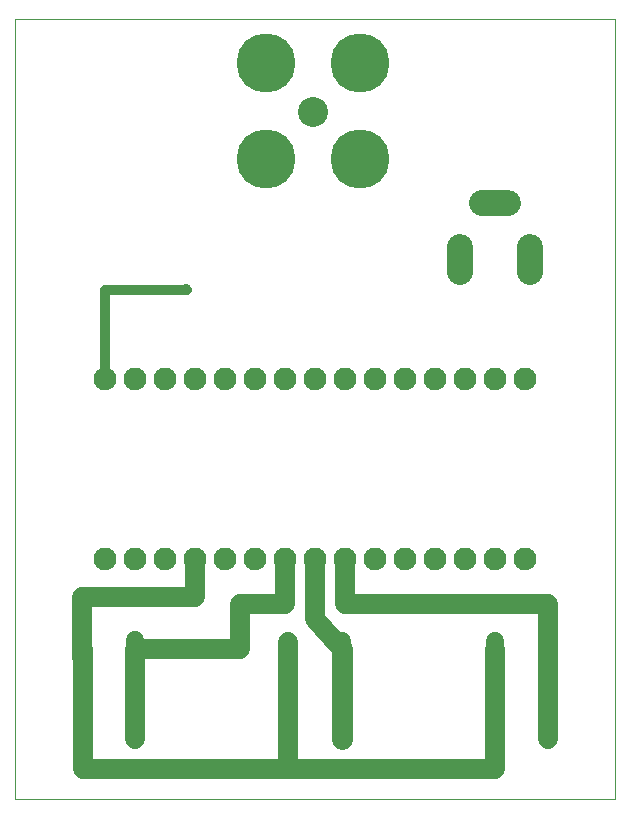
<source format=gbl>
G75*
%MOIN*%
%OFA0B0*%
%FSLAX25Y25*%
%IPPOS*%
%LPD*%
%AMOC8*
5,1,8,0,0,1.08239X$1,22.5*
%
%ADD10C,0.00000*%
%ADD11C,0.06000*%
%ADD12C,0.08600*%
%ADD13C,0.07600*%
%ADD14C,0.19685*%
%ADD15C,0.10000*%
%ADD16C,0.06600*%
%ADD17C,0.07000*%
%ADD18R,0.03962X0.03962*%
%ADD19C,0.03200*%
%ADD20C,0.03569*%
D10*
X0001000Y0001000D02*
X0201000Y0001000D01*
X0201000Y0261000D01*
X0001000Y0261000D01*
X0001000Y0001000D01*
D11*
X0023278Y0022452D02*
X0023278Y0028452D01*
X0023278Y0048052D02*
X0023278Y0054052D01*
X0041078Y0054052D02*
X0041078Y0048052D01*
X0041078Y0028452D02*
X0041078Y0022452D01*
X0092089Y0022340D02*
X0092089Y0028340D01*
X0109889Y0028340D02*
X0109889Y0022340D01*
X0109889Y0047940D02*
X0109889Y0053940D01*
X0092089Y0053940D02*
X0092089Y0047940D01*
X0160940Y0047900D02*
X0160940Y0053900D01*
X0178740Y0053900D02*
X0178740Y0047900D01*
X0178740Y0028300D02*
X0178740Y0022300D01*
X0160940Y0022300D02*
X0160940Y0028300D01*
D12*
X0149189Y0176700D02*
X0149189Y0185300D01*
X0156700Y0199898D02*
X0165300Y0199898D01*
X0172811Y0185300D02*
X0172811Y0176700D01*
D13*
X0171085Y0141051D03*
X0161085Y0141051D03*
X0151085Y0141051D03*
X0141085Y0141051D03*
X0131085Y0141051D03*
X0121085Y0141051D03*
X0111085Y0141051D03*
X0101085Y0141051D03*
X0091085Y0141051D03*
X0081085Y0141051D03*
X0071085Y0141051D03*
X0061085Y0141051D03*
X0051085Y0141051D03*
X0041085Y0141051D03*
X0031085Y0141051D03*
X0031085Y0081051D03*
X0041085Y0081051D03*
X0051085Y0081051D03*
X0061085Y0081051D03*
X0071085Y0081051D03*
X0081085Y0081051D03*
X0091085Y0081051D03*
X0101085Y0081051D03*
X0111085Y0081051D03*
X0121085Y0081051D03*
X0131085Y0081051D03*
X0141085Y0081051D03*
X0151085Y0081051D03*
X0161085Y0081051D03*
X0171085Y0081051D03*
D14*
X0116039Y0214465D03*
X0116039Y0246354D03*
X0084543Y0246354D03*
X0084543Y0214465D03*
D15*
X0100291Y0230213D03*
D16*
X0084666Y0246334D02*
X0084666Y0246782D01*
X0084367Y0246782D01*
X0091000Y0081000D02*
X0091000Y0066000D01*
X0076000Y0066000D01*
X0076000Y0051000D01*
X0041000Y0051000D01*
X0041000Y0021000D01*
X0023500Y0011000D02*
X0091994Y0011000D01*
X0161000Y0011000D01*
X0161000Y0051000D01*
X0178500Y0066000D02*
X0178500Y0021000D01*
X0178500Y0066000D02*
X0111000Y0066000D01*
X0111000Y0081000D01*
X0101000Y0081000D02*
X0101000Y0061000D01*
X0109851Y0051200D01*
X0091994Y0053500D02*
X0091994Y0011000D01*
X0061000Y0068500D02*
X0023435Y0068500D01*
X0023435Y0048122D01*
X0023500Y0051000D02*
X0023500Y0011000D01*
X0061000Y0068500D02*
X0061000Y0081000D01*
D17*
X0041101Y0141000D02*
X0041000Y0141000D01*
X0031049Y0141000D02*
X0031000Y0141000D01*
X0109851Y0051200D02*
X0109851Y0021200D01*
X0172895Y0176496D02*
X0173068Y0176496D01*
D18*
X0172895Y0176496D03*
X0084666Y0246334D03*
X0084367Y0246782D03*
X0041101Y0141000D03*
D19*
X0031126Y0140685D02*
X0031126Y0170965D01*
X0058351Y0170965D01*
D20*
X0058087Y0171070D03*
M02*

</source>
